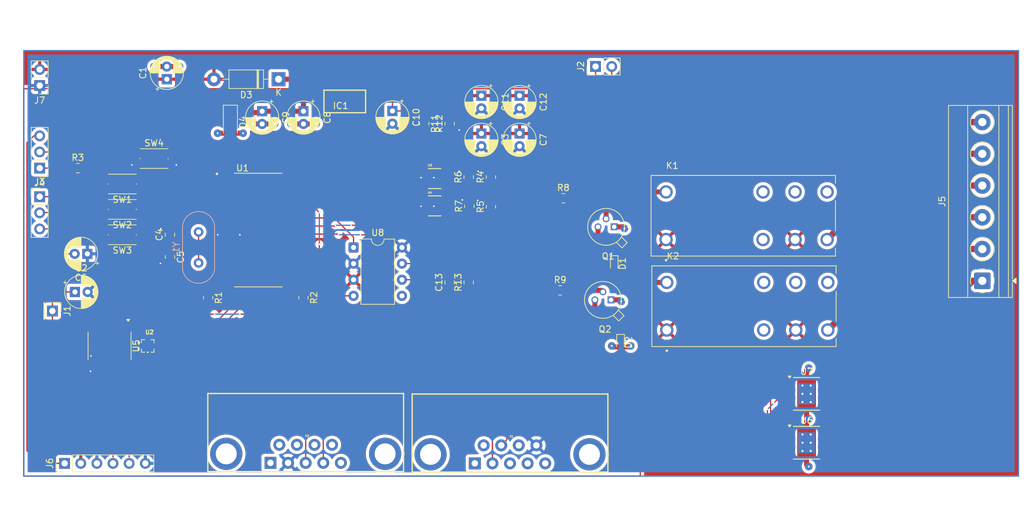
<source format=kicad_pcb>
(kicad_pcb (version 20241229) (generator "pcbnew") (generator_version "9.0")
  (title_block (title "Proyecto_AlexYang_ManuelArgibay") (date "1/4/2025"))
  (layers (0 "F.Cu" signal "TOP") (2 "B.Cu" signal "BOTTOM") (13 "F.Paste" user) (15 "B.Paste" user) (5 "F.SilkS" user "F.Silkscreen") (7 "B.SilkS" user "B.Silkscreen") (1 "F.Mask" user) (3 "B.Mask" user) (25 "Edge.Cuts" user))
  (net 0 "")
  (net 1 "GNDPWR")
  (net 2 "VBat")
  (net 3 "+3.3V")
  (net 4 "GND")
  (net 5 "VCC")
  (net 6 "TX1")
  (net 7 "TX2")
  (net 8 "Net-(D3-K)")
  (net 9 "Net-(C10-Pad1)")
  (net 10 "CANH")
  (net 11 "CANL")
  (net 12 "Net-(D1-K)")
  (net 13 "Net-(D2-K)")
  (net 14 "Net-(J4-Pin_1)")
  (net 15 "VPP")
  (net 16 "MCLR")
  (net 17 "Motor_Izquierdo_1")
  (net 18 "Calefactor")
  (net 19 "Motor_izquierdo_2")
  (net 20 "Motor_derecho_1")
  (net 21 "Bomba")
  (net 22 "Motor_derecho_2")
  (net 23 "PGD")
  (net 24 "PGC")
  (net 27 "Net-(Q1-Pad2)")
  (net 28 "Net-(Q2-Pad2)")
  (net 29 "SCL")
  (net 30 "SDA")
  (net 31 "Net-(U3--IN)")
  (net 32 "Net-(U4--IN)")
  (net 33 "C_R_Bombas_agua")
  (net 34 "C_R_Calefactor")
  (net 35 "Int_limpiaparabrisas")
  (net 36 "Int_Calefactor")
  (net 37 "Int_Bomba_de_Agua")
  (net 39 "RC7")
  (net 41 "RC6")
  (net 43 "F_C_Out1")
  (net 46 "F_C_Out2")
  (net 48 "RX")
  (net 51 "TX")
  (net 52 "Net-(U2-VDD)")
  (net 55 "F_C_In2")
  (net 56 "F_C_In1")
  (net 71 "PH_M_in2")
  (net 73 "PH_M_in1")
  (footprint "Capacitor_THT:CP_Radial_D5.0mm_P2.00mm" (layer "F.Cu") (at 175.5 45.089776 -90)
    (property "Reference" "C12")
    (property "Value" "100nF")
  )
  (footprint "Button_Switch_SMD:SW_Push_1P1T_NO_CK_KMR2" (layer "F.Cu") (at 118 55)
    (property "Reference" "SW4")
    (property "Value" "SW_Push")
  )
  (footprint "Connector_PinHeader_2.54mm:PinHeader_1x03_P2.54mm_Vertical" (layer "F.Cu") (at 100 61)
    (property "Reference" "J3")
    (property "Value" "Con_1x3")
  )
  (footprint "Footprints:2N2222" (layer "F.Cu") (at 188.62 77.25 180)
    (property "Reference" "Q2")
    (property "Value" "2N2222")
  )
  (footprint "Button_Switch_SMD:SW_Push_1P1T_NO_CK_KMR2" (layer "F.Cu") (at 113 59 180)
    (property "Reference" "SW1")
    (property "Value" "SW_Push")
  )
  (footprint "Connector_PinHeader_2.54mm:PinHeader_1x02_P2.54mm_Vertical" (layer "F.Cu") (at 100 43.5 180)
    (property "Reference" "J7")
    (property "Value" "Conn_01x02")
  )
  (footprint "Resistor_SMD:R_0805_2012Metric" (layer "F.Cu") (at 167.5 74.5 90)
    (property "Reference" "R13")
    (property "Value" "60")
  )
  (footprint "MountingHole:MountingHole_3.2mm_M3" (layer "F.Cu") (at 102 110)
    (property "Reference" "Ref" (hide yes))
    (property "Value" "MountingHole_3.2mm_M3" (hide yes))
  )
  (footprint "Resistor_SMD:R_0805_2012Metric" (layer "F.Cu") (at 167.5 57.9125 90)
    (property "Reference" "R6")
    (property "Value" "2k")
  )
  (footprint "Footprints:LT1716" (layer "F.Cu") (at 162.15 62.45)
    (property "Reference" "U4")
    (property "Value" "LT1716IS5TRMPBF")
  )
  (footprint "Diode_THT:D_DO-41_SOD81_P10.16mm_Horizontal" (layer "F.Cu") (at 137.58 42.5 180)
    (property "Reference" "D3")
    (property "Value" "1N4002")
  )
  (footprint "Footprints:2N2222" (layer "F.Cu") (at 189.12 65.75 180)
    (property "Reference" "Q1")
    (property "Value" "2N2222")
  )
  (footprint "Button_Switch_SMD:SW_Push_1P1T_NO_CK_KMR2" (layer "F.Cu") (at 113 67 180)
    (property "Reference" "SW3")
    (property "Value" "SW_Push")
  )
  (footprint "Diode_SMD:D_SOD-523" (layer "F.Cu") (at 190.39 71.55 -90)
    (property "Reference" "D1")
    (property "Value" "1N4148WT")
  )
  (footprint "Footprints:PIC18F258" (layer "F.Cu") (at 134.395 66.255)
    (property "Reference" "U1")
    (property "Value" "PIC18F258-I_SO")
  )
  (footprint "Resistor_SMD:R_0805_2012Metric" (layer "F.Cu") (at 171 57.9125 90)
    (property "Reference" "R4")
    (property "Value" "3k")
  )
  (footprint "Footprints:HDC2010YPAR" (layer "F.Cu") (at 117 84.5)
    (property "Reference" "U2")
    (property "Value" "HDC2010YPAR")
  )
  (footprint "Resistor_SMD:R_0805_2012Metric" (layer "F.Cu") (at 164.5 49.5 90)
    (property "Reference" "R12")
    (property "Value" "1k")
  )
  (footprint "Capacitor_THT:CP_Radial_D5.0mm_P2.00mm" (layer "F.Cu") (at 107.5 70 180)
    (property "Reference" "C6")
    (property "Value" "100nF")
  )
  (footprint "Footprints:LM1117" (layer "F.Cu") (at 148 46 180)
    (property "Reference" "IC1")
    (property "Value" "LM1117")
  )
  (footprint "Resistor_SMD:R_0805_2012Metric" (layer "F.Cu") (at 181.89 75.75)
    (property "Reference" "R9")
    (property "Value" "1k")
  )
  (footprint "Package_SO:Texas_HTSOP-8-1EP_3.9x4.9mm_P1.27mm_EP2.95x4.9mm_Mask2.4x3.1mm_ThermalVias" (layer "F.Cu") (at 220.66 99.75)
    (property "Reference" "U6")
    (property "Value" "DRV8871DDA")
  )
  (footprint "Connector_PinHeader_2.54mm:PinHeader_1x03_P2.54mm_Vertical" (layer "F.Cu") (at 100 56.5 180)
    (property "Reference" "J4")
    (property "Value" "Conn_01x03_Pin")
  )
  (footprint "Resistor_SMD:R_0805_2012Metric" (layer "F.Cu") (at 182.39 61.25)
    (property "Reference" "R8")
    (property "Value" "1k")
  )
  (footprint "Footprints:DB9" (layer "F.Cu") (at 174 101.58)
    (property "Reference" "X1")
    (property "Value" "DB9")
  )
  (footprint "Package_SO:Texas_HTSOP-8-1EP_3.9x4.9mm_P1.27mm_EP2.95x4.9mm_Mask2.4x3.1mm_ThermalVias" (layer "F.Cu") (at 220.66 92.05)
    (property "Reference" "U7")
    (property "Value" "DRV8871DDA")
  )
  (footprint "Capacitor_THT:CP_Radial_D5.0mm_P2.00mm" (layer "F.Cu") (at 169.5 45.089776 -90)
    (property "Reference" "C11")
    (property "Value" "1uF")
  )
  (footprint "Connector_PinHeader_2.54mm:PinHeader_1x06_P2.54mm_Vertical" (layer "F.Cu") (at 103.92 103 90)
    (property "Reference" "J6")
    (property "Value" "Con_ICSP")
  )
  (footprint "Package_DIP:DIP-8_W7.62mm" (layer "F.Cu") (at 149.38 69)
    (property "Reference" "U8")
    (property "Value" "MCP2551-I-P")
  )
  (footprint "Resistor_SMD:R_0805_2012Metric" (layer "F.Cu") (at 167.5875 62.5 90)
    (property "Reference" "R7")
    (property "Value" "2k")
  )
  (footprint "Diode_SMD:D_MiniMELF" (layer "F.Cu") (at 130 49.25 -90)
    (property "Reference" "D4")
    (property "Value" "BZV55C6V2")
  )
  (footprint "Capacitor_SMD:C_0805_2012Metric" (layer "F.Cu") (at 164.5 74.5 90)
    (property "Reference" "C13")
    (property "Value" "100pF")
  )
  (footprint "Button_Switch_SMD:SW_Push_1P1T_NO_CK_KMR2" (layer "F.Cu") (at 113 63 180)
    (property "Reference" "SW2")
    (property "Value" "SW_Push")
  )
  (footprint "Capacitor_THT:CP_Radial_D5.0mm_P2.00mm" (layer "F.Cu") (at 141.5 47.544888 -90)
    (property "Reference" "C8")
    (property "Value" "100nF")
  )
  (footprint "Capacitor_THT:CP_Radial_D5.0mm_P2.00mm" (layer "F.Cu") (at 175.5 51.044888 -90)
    (property "Reference" "C7")
    (property "Value" "100nF")
  )
  (footprint "MountingHole:MountingHole_3.2mm_M3" (layer "F.Cu") (at 249.5 109.5)
    (property "Reference" "REF**" (hide yes))
    (property "Value" "MountingHole_3.2mm_M3" (hide yes))
  )
  (footprint "MountingHole:MountingHole_3.2mm_M3" (layer "F.Cu") (at 102.5 33.5)
    (property "Reference" "REF**" (hide yes))
    (property "Value" "MountingHole_3.2mm_M3" (hide yes))
  )
  (footprint "Footprints:RT314012" (layer "F.Cu") (at 210.7 64)
    (property "Reference" "K1")
    (property "Value" "RT314012")
  )
  (footprint "Capacitor_THT:CP_Radial_D5.0mm_P2.00mm" (layer "F.Cu") (at 135 47.544888 -90)
    (property "Reference" "C9")
    (property "Value" "1uF")
  )
  (footprint "Connector_PinHeader_2.54mm:PinHeader_1x01_P2.54mm_Vertical" (layer "F.Cu") (at 102 79 -90)
    (property "Reference" "J1")
    (property "Value" "Conn_01x01")
  )
  (footprint "Footprints:LT1716" (layer "F.Cu") (at 162.15 58.148)
    (property "Reference" "U3")
    (property "Value" "LT1716IS5TRMPBF")
  )
  (footprint "MountingHole:MountingHole_3.2mm_M3" (layer "F.Cu") (at 250 33.5)
    (property "Reference" "REF**" (hide yes))
    (property "Value" "MountingHole_3.2mm_M3" (hide yes))
  )
  (footprint "Capacitor_THT:CP_Radial_D5.0mm_P2.00mm" (layer "F.Cu") (at 155.5 47.5 -90)
    (property "Reference" "C10")
    (property "Value" "100nF")
  )
  (footprint "Diode_SMD:D_SOD-523" (layer "F.Cu") (at 191.39 83.95 -90)
    (property "Reference" "D2")
    (property "Value" "1N4148WT")
  )
  (footprint "Resistor_SMD:R_0805_2012Metric" (layer "F.Cu") (at 171 62.5875 90)
    (property "Reference" "R5")
    (property "Value" "3k")
  )
  (footprint "Footprints:DB9" (layer "F.Cu") (at 141.85 101.4965)
    (property "Reference" "X2")
    (property "Value" "DB9")
  )
  (footprint "TerminalBlock_Phoenix:TerminalBlock_Phoenix_MKDS-1,5-6_1x06_P5.00mm_Horizontal" (layer "F.Cu") (at 248.31 74.25 90)
    (property "Reference" "J5")
    (property "Value" "Conn_01x06")
  )
  (footprint "Resistor_SMD:R_0805_2012Metric" (layer "F.Cu") (at 126.5 76.9125 -90)
    (property "Reference" "R1")
    (property "Value" "4.7K")
  )
  (footprint "Resistor_SMD:R_0805_2012Metric" (layer "F.Cu") (at 106 56.5)
    (property "Reference" "R3")
    (property "Value" "300")
  )
  (footprint "Capacitor_THT:CP_Radial_D5.0mm_P2.00mm" (layer "F.Cu") (at 169.5 51.044888 -90)
    (property "Reference" "C3")
    (property "Value" "100nF")
  )
  (footprint "Capacitor_THT:CP_Radial_D5.0mm_P2.00mm" (layer "F.Cu") (at 120 42.5 90)
    (property "Reference" "C1")
    (property "Value" "100nF")
  )
  (footprint "Connector_PinHeader_2.54mm:PinHeader_1x02_P2.54mm_Vertical" (layer "F.Cu") (at 187.46 40.5 90)
    (property "Reference" "J2")
    (property "Value" "Con_1x2")
  )
  (footprint "Resistor_SMD:R_0805_2012Metric" (layer "F.Cu") (at 160.5 49.5 -90)
    (property "Reference" "R11")
    (property "Value" "1k")
  )
  (footprint "Capacitor_SMD:C_0805_2012Metric" (layer "F.Cu") (at 120.5 70.5 -90)
    (property "Reference" "C5")
    (property "Value" "40pF")
  )
  (footprint "Footprints:RT314012" (layer "F.Cu") (at 210.81 78.25)
    (property "Reference" "K2")
    (property "Value" "RT314012")
  )
  (footprint "Capacitor_THT:CP_Radial_D5.0mm_P2.00mm" (layer "F.Cu") (at 105.544888 76)
    (property "Reference" "C2")
    (property "Value" "100nF")
  )
  (footprint "Capacitor_SMD:C_0805_2012Metric" (layer "F.Cu") (at 120.5 67 90)
    (property "Reference" "C4")
    (property "Value" "40pF")
  )
  (footprint "Package_SO:TSSOP-20_4.4x6.5mm_P0.65mm" (layer "F.Cu") (at 111 84.5 -90)
    (property "Reference" "U5")
    (property "Value" "TXS0108EPW")
  )
  (footprint "Resistor_SMD:R_0805_2012Metric" (layer "F.Cu") (at 141.5 76.9125 -90)
    (property "Reference" "R2")
    (property "Value" "4.7K")
  )
  (footprint "Crystal:Crystal_HC49-U_Vertical" (layer "B.Cu") (at 125 66.55 -90)
    (property "Reference" "Y1")
    (property "Value" "Crystal")
  )
  (gr_rect (start 97.5 44) (end 194.5 105) (stroke (width 0.2)) (fill no) (layer "F.Cu"))
  (gr_rect (start 97.5 38) (end 254 105) (stroke (width 0.2)) (fill no) (layer "B.Cu"))
  (segment (start 130 51) (end 128 51) (width 0.8) (layer "F.Cu") (net 1))
  (segment (start 220.66 88.34) (end 221 88) (width 0.8) (layer "F.Cu") (net 1))
  (segment (start 189.89 77.25) (end 191.25 77.25) (width 0.8) (layer "F.Cu") (net 1))
  (segment (start 220.66 95.66) (end 221 96) (width 0.8) (layer "F.Cu") (net 1))
  (segment (start 133.5 49.5) (end 133.544888 49.544888) (width 0.8) (layer "F.Cu") (net 1))
  (segment (start 141.5 49.544888) (end 143.455112 49.544888) (width 0.8) (layer "F.Cu") (net 1))
  (segment (start 220.66 103.16) (end 221 103.5) (width 0.8) (layer "F.Cu") (net 1))
  (segment (start 191.39 84.65) (end 192.85 84.65) (width 0.8) (layer "F.Cu") (net 1))
  (segment (start 220.66 92.05) (end 220.66 95.66) (width 0.8) (layer "F.Cu") (net 1))
  (segment (start 190.15 84.65) (end 190 84.5) (width 0.8) (layer "F.Cu") (net 1))
  (segment (start 139.5 49.5) (end 139.544888 49.544888) (width 0.8) (layer "F.Cu") (net 1))
  (segment (start 220.66 92.05) (end 220.66 88.34) (width 0.8) (layer "F.Cu") (net 1))
  (segment (start 220.66 96.34) (end 221 96) (width 0.8) (layer "F.Cu") (net 1))
  (segment (start 141.5 49.544888) (end 139.544888 49.544888) (width 0.8) (layer "F.Cu") (net 1))
  (segment (start 120 40.5) (end 122 40.5) (width 0.8) (layer "F.Cu") (net 1))
  (segment (start 143.455112 49.544888) (end 143.5 49.5) (width 0.8) (layer "F.Cu") (net 1))
  (segment (start 190.39 65.75) (end 191.75 65.75) (width 0.8) (layer "F.Cu") (net 1))
  (segment (start 191.75 65.75) (end 192 66) (width 0.8) (layer "F.Cu") (net 1))
  (segment (start 220.66 99.75) (end 220.66 96.34) (width 0.8) (layer "F.Cu") (net 1))
  (segment (start 135 49.544888) (end 136.955112 49.544888) (width 0.8) (layer "F.Cu") (net 1))
  (segment (start 191.39 84.65) (end 190.15 84.65) (width 0.8) (layer "F.Cu") (net 1))
  (segment (start 191.25 77.25) (end 191.5 77.5) (width 0.8) (layer "F.Cu") (net 1))
  (segment (start 192.85 84.65) (end 193 84.5) (width 0.8) (layer "F.Cu") (net 1))
  (segment (start 120 40.5) (end 118 40.5) (width 0.8) (layer "F.Cu") (net 1))
  (segment (start 220.66 99.75) (end 220.66 103.16) (width 0.8) (layer "F.Cu") (net 1))
  (segment (start 135 49.544888) (end 133.544888 49.544888) (width 0.8) (layer "F.Cu") (net 1))
  (segment (start 137 49.5) (end 136.955112 49.544888) (width 0.8) (layer "F.Cu") (net 1))
  (segment (start 130 51) (end 132 51) (width 0.8) (layer "F.Cu") (net 1))
  (via (at 192 66) (size 1.2) (drill 0.3) (layers "F.Cu" "B.Cu") (net 1))
  (via (at 221 103.5) (size 1.2) (drill 0.3) (layers "F.Cu" "B.Cu") (net 1))
  (via (at 133.544888 49.544888) (size 1.2) (drill 0.3) (layers "F.Cu" "B.Cu") (net 1))
  (via (at 139.544888 49.544888) (size 1.2) (drill 0.3) (layers "F.Cu" "B.Cu") (net 1))
  (via (at 122 40.5) (size 1.2) (drill 0.3) (layers "F.Cu" "B.Cu") (net 1))
  (via (at 221 96) (size 1.2) (drill 0.3) (layers "F.Cu" "B.Cu") (net 1))
  (via (at 136.955112 49.544888) (size 1.2) (drill 0.3) (layers "F.Cu" "B.Cu") (net 1))
  (via (at 128 51) (size 1.2) (drill 0.3) (layers "F.Cu" "B.Cu") (net 1))
  (via (at 143.5 49.5) (size 1.2) (drill 0.3) (layers "F.Cu" "B.Cu") (net 1))
  (via (at 190 84.5) (size 1.2) (drill 0.3) (layers "F.Cu" "B.Cu") (net 1))
  (via (at 132 51) (size 1.2) (drill 0.3) (layers "F.Cu" "B.Cu") (net 1))
  (via (at 221 88) (size 1.2) (drill 0.3) (layers "F.Cu" "B.Cu") (net 1))
  (via (at 193 84.5) (size 1.2) (drill 0.3) (layers "F.Cu" "B.Cu") (net 1))
  (via (at 191.5 77.5) (size 1.2) (drill 0.3) (layers "F.Cu" "B.Cu") (net 1))
  (via (at 118 40.5) (size 1.2) (drill 0.3) (layers "F.Cu" "B.Cu") (net 1))
  (segment (start 108.075 81.6375) (end 108.075 80.425) (width 0.2) (layer "F.Cu") (net 3))
  (segment (start 113.275 80.525) (end 113.275 81.6375) (width 0.2) (layer "F.Cu") (net 3))
  (segment (start 108.075 80.425) (end 109 79.5) (width 0.2) (layer "F.Cu") (net 3))
  (segment (start 102 80.5) (end 103.1375 81.6375) (width 0.2) (layer "F.Cu") (net 3))
  (segment (start 102 79) (end 102 80.5) (width 0.2) (layer "F.Cu") (net 3))
  (segment (start 103.5 76) (end 103.5 71) (width 0.2) (layer "F.Cu") (net 3))
  (segment (start 109 79.5) (end 112.25 79.5) (width 0.2) (layer "F.Cu") (net 3))
  (segment (start 104.5 70) (end 105.5 70) (width 0.2) (layer "F.Cu") (net 3))
  (segment (start 102 77.5) (end 103.5 76) (width 0.2) (layer "F.Cu") (net 3))
  (segment (start 112.25 79.5) (end 113.275 80.525) (width 0.2) (layer "F.Cu") (net 3))
  (segment (start 102 79) (end 102 77.5) (width 0.2) (layer "F.Cu") (net 3))
  (segment (start 103.5 76) (end 105.544888 76) (width 0.2) (layer "F.Cu") (net 3))
  (segment (start 103.5 71) (end 104.5 70) (width 0.2) (layer "F.Cu") (net 3))
  (segment (start 103.1375 81.6375) (end 108.075 81.6375) (width 0.2) (layer "F.Cu") (net 3))
  (segment (start 161 62.45) (end 160.05 62.45) (width 0.2) (layer "F.Cu") (net 4))
  (segment (start 167.5 57) (end 166 57) (width 0.2) (layer "F.Cu") (net 4))
  (segment (start 161.852 58.148) (end 162 58) (width 0.2) (layer "F.Cu") (net 4))
  (segment (start 120.5 66.05) (end 119.05 66.05) (width 0.2) (layer "F.Cu") (net 4))
  (segment (start 115.95 55.8) (end 114.7 55.8) (width 0.2) (layer "F.Cu") (net 4))
  (segment (start 161 58.148) (end 160.148 58.148) (width 0.2) (layer "F.Cu") (net 4))
  (segment (start 167.5875 61.5875) (end 168.9125 61.5875) (width 0.2) (layer "F.Cu") (net 4))
  (segment (start 163.0875 50.4125) (end 163 50.5) (width 0.2) (layer "F.Cu") (net 4))
  (segment (start 116.5 85) (end 115.5 85) (width 0.2) (layer "F.Cu") (net 4))
  (segment (start 164.5 50.4125) (end 163.0875 50.4125) (width 0.2) (layer "F.Cu") (net 4))
  (segment (start 160.148 58.148) (end 160 58) (width 0.2) (layer "F.Cu") (net 4))
  (segment (start 120.05 55.8) (end 121.3 55.8) (width 0.2) (layer "F.Cu") (net 4))
  (segment (start 108.075 87.3625) (end 108.075 88.425) (width 0.2) (layer "F.Cu") (net 4))
  (segment (start 165.9125 50.4125) (end 166 50.5) (width 0.2) (layer "F.Cu") (net 4))
  (segment (start 164.5 50.4125) (end 165.9125 50.4125) (width 0.2) (layer "F.Cu") (net 4))
  (segment (start 129.79 66.89) (end 128.11 66.89) (width 0.2) (layer "F.Cu") (net 4))
  (segment (start 128.11 66.89) (end 128 67) (width 0.2) (layer "F.Cu") (net 4))
  (segment (start 119.05 71.45) (end 119 71.5) (width 0.2) (layer "F.Cu") (net 4))
  (segment (start 131.39 66.89) (end 131.5 67) (width 0.2) (layer "F.Cu") (net 4))
  (segment (start 161 58.148) (end 161.852 58.148) (width 0.2) (layer "F.Cu") (net 4))
  (segment (start 167.5875 61.5875) (end 166.5875 61.5875) (width 0.2) (layer "F.Cu") (net 4))
  (segment (start 121.3 55.8) (end 121.5 56) (width 0.2) (layer "F.Cu") (net 4))
  (segment (start 116.5 85) (end 117 85.5) (width 0.2) (layer "F.Cu") (net 4))
  (segment (start 166.5875 61.5875) (end 166.5 61.5) (width 0.2) (layer "F.Cu") (net 4))
  (segment (start 119 66) (end 119.05 66.05) (width 0.2) (layer "F.Cu") (net 4))
  (segment (start 108.075 87.3625) (end 108.075 86.075) (width 0.2) (layer "F.Cu") (net 4))
  (segment (start 120.5 71.45) (end 119.05 71.45) (width 0.2) (layer "F.Cu") (net 4))
  (segment (start 114.7 55.8) (end 114.5 56) (width 0.2) (layer "F.Cu") (net 4))
  (segment (start 161 62.45) (end 161.95 62.45) (width 0.2) (layer "F.Cu") (net 4))
  (segment (start 169 61.5) (end 168.9125 61.5875) (width 0.2) (layer "F.Cu") (net 4))
  (segment (start 160.05 62.45) (end 160 62.5) (width 0.2) (layer "F.Cu") (net 4))
  (segment (start 108.075 88.425) (end 108 88.5) (width 0.2) (layer "F.Cu") (net 4))
  (segment (start 120.05 55.8) (end 115.95 55.8) (width 0.2) (layer "F.Cu") (net 4))
  (segment (start 129.79 66.89) (end 131.39 66.89) (width 0.2) (layer "F.Cu") (net 4))
  (segment (start 108 86) (end 108.075 86.075) (width 0.2) (layer "F.Cu") (net 4))
  (segment (start 167.5 57) (end 169 57) (width 0.2) (layer "F.Cu") (net 4))
  (segment (start 161.95 62.45) (end 162 62.5) (width 0.2) (layer "F.Cu") (net 4))
  (via (at 166.5 61.5) (size 0.25) (drill 0.3) (layers "F.Cu" "B.Cu") (net 4))
  (via (at 168.9125 61.5875) (size 0.25) (drill 0.3) (layers "F.Cu" "B.Cu") (net 4))
  (via (at 166 57) (size 0.25) (drill 0.3) (layers "F.Cu" "B.Cu") (net 4))
  (via (at 166 50.5) (size 0.25) (drill 0.3) (layers "F.Cu" "B.Cu") (net 4))
  (via (at 163 50.5) (size 0.25) (drill 0.3) (layers "F.Cu" "B.Cu") (net 4))
  (via (at 115.5 85) (size 0.25) (drill 0.3) (layers "F.Cu" "B.Cu") (net 4))
  (via (at 121.5 56) (size 0.25) (drill 0.3) (layers "F.Cu" "B.Cu") (net 4))
  (via (at 119.05 66.05) (size 0.25) (drill 0.3) (layers "F.Cu" "B.Cu") (net 4))
  (via (at 160 58) (size 0.25) (drill 0.3) (layers "F.Cu" "B.Cu") (net 4))
  (via (at 162 62.5) (size 0.25) (drill 0.3) (layers "F.Cu" "B.Cu") (net 4))
  (via (at 108.075 86.075) (size 0.25) (drill 0.3) (layers "F.Cu" "B.Cu") (net 4))
  (via (at 119 71.5) (size 0.25) (drill 0.3) (layers "F.Cu" "B.Cu") (net 4))
  (via (at 131.5 67) (size 0.25) (drill 0.3) (layers "F.Cu" "B.Cu") (net 4))
  (via (at 108 88.5) (size 0.25) (drill 0.3) (layers "F.Cu" "B.Cu") (net 4))
  (via (at 117 85.5) (size 0.25) (drill 0.3) (layers "F.Cu" "B.Cu") (net 4))
  (via (at 160 62.5) (size 0.25) (drill 0.3) (layers "F.Cu" "B.Cu") (net 4))
  (via (at 169 57) (size 0.25) (drill 0.3) (layers "F.Cu" "B.Cu") (net 4))
  (via (at 128 67) (size 0.25) (drill 0.3) (layers "F.Cu" "B.Cu") (net 4))
  (via (at 114.5 56) (size 0.25) (drill 0.3) (layers "F.Cu" "B.Cu") (net 4))
  (via (at 162 58) (size 0.25) (drill 0.3) (layers "F.Cu" "B.Cu") (net 4))
  (segment (start 113.275 87.3625) (end 113.925 87.3625) (width 0.2) (layer "F.Cu") (net 5))
  (segment (start 125 66.55) (end 125 67.95) (width 0.2) (layer "F.Cu") (net 6))
  (segment (start 129.58 67.95) (end 129.79 68.16) (width 0.2) (layer "F.Cu") (net 6))
  (segment (start 125 67.95) (end 129.58 67.95) (width 0.2) (layer "F.Cu") (net 6))
  (segment (start 120.5 67.95) (end 125 67.95) (width 0.2) (layer "F.Cu") (net 6))
  (segment (start 120.5 69.55) (end 125 69.55) (width 0.2) (layer "F.Cu") (net 7))
  (segment (start 129.67 69.55) (end 129.79 69.43) (width 0.2) (layer "F.Cu") (net 7))
  (segment (start 125 69.55) (end 129.67 69.55) (width 0.2) (layer "F.Cu") (net 7))
  (segment (start 125 71.43) (end 125 69.55) (width 0.2) (layer "F.Cu") (net 7))
  (segment (start 141.5 47.544888) (end 141.5 42.5) (width 0.8) (layer "F.Cu") (net 8))
  (segment (start 130 47.75) (end 134.794888 47.75) (width 0.8) (layer "F.Cu") (net 8))
  (segment (start 145.35 42.5) (end 145.7 42.85) (width 0.8) (layer "F.Cu") (net 8))
  (segment (start 137.58 42.5) (end 141.5 42.5) (width 0.8) (layer "F.Cu") (net 8))
  (segment (start 135 47.544888) (end 141.5 47.544888) (width 0.8) (layer "F.Cu") (net 8))
  (segment (start 134.794888 47.75) (end 135 47.544888) (width 0.8) (layer "F.Cu") (net 8))
  (segment (start 141.5 42.5) (end 145.35 42.5) (width 0.8) (layer "F.Cu") (net 8))
  (segment (start 137.5 42.58) (end 137.58 42.5) (width 0.8) (layer "F.Cu") (net 8))
  (segment (start 150.3 42.85) (end 153.85 42.85) (width 0.2) (layer "F.Cu") (net 9))
  (segment (start 155.5 47.5) (end 160 47.5) (width 0.2) (layer "F.Cu") (net 9))
  (segment (start 160 47.5) (end 160.5 48) (width 0.2) (layer "F.Cu") (net 9))
  (segment (start 164.5 48.5875) (end 160.5 48.5875) (width 0.2) (layer "F.Cu") (net 9))
  (segment (start 160.5 48) (end 160.5 48.5875) (width 0.2) (layer "F.Cu") (net 9))
  (segment (start 153.85 42.85) (end 155.5 44.5) (width 0.2) (layer "F.Cu") (net 9))
  (segment (start 155.5 44.5) (end 155.5 47.5) (width 0.2) (layer "F.Cu") (net 9))
  (segment (start 172.62 100.16) (end 173.5 99.28) (width 0.2) (layer "F.Cu") (net 10))
  (segment (start 167.5 73.5875) (end 167.5 71.54) (width 0.2) (layer "F.Cu") (net 10))
  (segment (start 164.5 71.54) (end 157 71.54) (width 0.2) (layer "F.Cu") (net 10))
  (segment (start 173.5 73.5) (end 171.54 71.54) (width 0.2) (layer "F.Cu") (net 10))
  (segment (start 171.54 71.54) (end 167.5 71.54) (width 0.2) (layer "F.Cu") (net 10))
  (segment (start 173.5 99.28) (end 173.5 73.5) (width 0.2) (layer "F.Cu") (net 10))
  (segment (start 164.5 73.55) (end 164.5 71.54) (width 0.2) (layer "F.Cu") (net 10))
  (segment (start 167.5 71.54) (end 164.5 71.54) (width 0.2) (layer "F.Cu") (net 10))
  (segment (start 171.23 79.23) (end 171.23 103) (width 0.2) (layer "F.Cu") (net 11))
  (segment (start 164.5 78) (end 167.5 78) (width 0.2) (layer "F.Cu") (net 11))
  (segment (start 167.5 78) (end 170 78) (width 0.2) (layer "F.Cu") (net 11))
  (segment (start 170 78) (end 171.23 79.23) (width 0.2) (layer "F.Cu") (net 11))
  (segment (start 162.5 78) (end 164.5 78) (width 0.2) (layer "F.Cu") (net 11))
  (segment (start 167.5 75.4125) (end 167.5 78) (width 0.2) (layer "F.Cu") (net 11))
  (segment (start 158.58 74.08) (end 162.5 78) (width 0.2) (layer "F.Cu") (net 11))
  (segment (start 157 74.08) (end 158.58 74.08) (width 0.2) (layer "F.Cu") (net 11))
  (segment (start 164.5 75.45) (end 164.5 78) (width 0.2) (layer "F.Cu") (net 11))
  (segment (start 193.89 60.93) (end 194.57 60.25) (width 0.8) (layer "F.Cu") (net 12))
  (segment (start 193.89 66.25) (end 193.89 60.93) (width 0.8) (layer "F.Cu") (net 12))
  (segment (start 189.89 67.75) (end 190.39 67.75) (width 0.8) (layer "F.Cu") (net 12))
  (segment (start 194.57 60.25) (end 198.55 60.25) (width 0.8) (layer "F.Cu") (net 12))
  (segment (start 192.39 67.75) (end 193.89 66.25) (width 0.8) (layer "F.Cu") (net 12))
  (segment (start 187.85 67.21) (end 188.39 67.75) (width 0.8) (layer "F.Cu") (net 12))
  (segment (start 188.39 67.75) (end 189.89 67.75) (width 0.8) (layer "F.Cu") (net 12))
  (segment (start 190.39 67.75) (end 192.39 67.75) (width 0.8) (layer "F.Cu") (net 12))
  (segment (start 187.85 65.75) (end 187.85 67.21) (width 0.8) (layer "F.Cu") (net 12))
  (segment (start 190.39 70.85) (end 190.39 67.75) (width 0.8) (layer "F.Cu") (net 12))
  (segment (start 187.35 78.71) (end 188.89 80.25) (width 0.8) (layer "F.Cu") (net 13))
  (segment (start 193.89 79.25) (end 193.89 75) (width 0.8) (layer "F.Cu") (net 13))
  (segment (start 193.89 75) (end 194.39 74.5) (width 0.8) (layer "F.Cu") (net 13))
  (segment (start 194.39 74.5) (end 198.66 74.5) (width 0.8) (layer "F.Cu") (net 13))
  (segment (start 192.89 80.25) (end 193.89 79.25) (width 0.8) (layer "F.Cu") (net 13))
  (segment (start 187.35 77.25) (end 187.35 78.71) (width 0.8) (layer "F.Cu") (net 13))
  (segment (start 191.39 83.25) (end 191.39 80.25) (width 0.8) (layer "F.Cu") (net 13))
  (segment (start 191.39 80.25) (end 192.89 80.25) (width 0.8) (layer "F.Cu") (net 13))
  (segment (start 188.89 80.25) (end 191.39 80.25) (width 0.8) (layer "F.Cu") (net 13))
  (segment (start 106.2 54.2) (end 115.95 54.2) (width 0.2) (layer "F.Cu") (net 14))
  (segment (start 105.0875 56.5) (end 100 56.5) (width 0.2) (layer "F.Cu") (net 14))
  (segment (start 105.0875 55.3125) (end 105.0875 56.5) (width 0.2) (layer "F.Cu") (net 14))
  (segment (start 106.2 54.2) (end 105.0875 55.3125) (width 0.2) (layer "F.Cu") (net 14))
  (segment (start 115.95 54.2) (end 120.05 54.2) (width 0.2) (layer "F.Cu") (net 14))
  (segment (start 98 101) (end 98 52.5) (width 0.2) (layer "F.Cu") (net 15))
  (segment (start 100 103) (end 98 101) (width 0.2) (layer "F.Cu") (net 15))
  (segment (start 99.08 51.42) (end 100 51.42) (width 0.2) (layer "F.Cu") (net 15))
  (segment (start 98 52.5) (end 99.08 51.42) (width 0.2) (layer "F.Cu") (net 15))
  (segment (start 103.92 103) (end 100 103) (width 0.2) (layer "F.Cu") (net 15))
  (segment (start 129.79 56.29) (end 129.79 58) (width 0.2) (layer "F.Cu") (net 16))
  (segment (start 105 52.5) (end 126 52.5) (width 0.2) (layer "F.Cu") (net 16))
  (segment (start 126 52.5) (end 129.79 56.29) (width 0.2) (layer "F.Cu") (net 16))
  (segment (start 100 53.96) (end 103.54 53.96) (width 0.2) (layer "F.Cu") (net 16))
  (segment (start 103.54 53.96) (end 105 52.5) (width 0.2) (layer "F.Cu") (net 16))
  (segment (start 242.81 71.25) (end 242.81 83.25) (width 1) (layer "F.Cu") (net 17))
  (segment (start 228.215 97.845) (end 223.535 97.845) (width 1) (layer "F.Cu") (net 17))
  (segment (start 244.81 69.25) (end 242.81 71.25) (width 1) (layer "F.Cu") (net 17))
  (segment (start 242.81 83.25) (end 228.215 97.845) (width 1) (layer "F.Cu") (net 17))
  (segment (start 248.31 69.25) (end 244.81 69.25) (width 1) (layer "F.Cu") (net 17))
  (segment (start 233.81 58.75) (end 233.81 72.19) (width 1) (layer "F.Cu") (net 18))
  (segment (start 238.31 54.25) (end 233.81 58.75) (width 1) (layer "F.Cu") (net 18))
  (segment (start 248.31 54.25) (end 238.31 54.25) (width 1) (layer "F.Cu") (net 18))
  (segment (start 233.81 72.19) (end 224 82) (width 1) (layer "F.Cu") (net 18))
  (segment (start 245.31 75.75) (end 245.31 84.353619) (width 1) (layer "F.Cu") (net 19))
  (segment (start 245.31 84.353619) (end 229.278619 100.385) (width 1) (layer "F.Cu") (net 19))
  (segment (start 246.81 74.25) (end 245.31 75.75) (width 1) (layer "F.Cu") (net 19))
  (segment (start 248.31 74.25) (end 246.81 74.25) (width 1) (layer "F.Cu") (net 19))
  (segment (start 229.278619 100.385) (end 223.535 100.385) (width 1) (layer "F.Cu") (net 19))
  (segment (start 248.31 59.25) (end 240.81 59.25) (width 1) (layer "F.Cu") (net 20))
  (segment (start 236.81 80.75) (end 227.415 90.145) (width 1) (layer "F.Cu") (net 20))
  (segment (start 240.81 59.25) (end 236.81 63.25) (width 1) (layer "F.Cu") (net 20))
  (segment (start 236.81 63.25) (end 236.81 80.75) (width 1) (layer "F.Cu") (net 20))
  (segment (start 227.415 90.145) (end 223.535 90.145) (width 1) (layer "F.Cu") (net 20))
  (segment (start 248.31 49.25) (end 236.81 49.25) (width 1) (layer "F.Cu") (net 21))
  (segment (start 230.31 55.75) (end 230.31 61.33) (width 1) (layer "F.Cu") (net 21))
  (segment (start 230.31 61.33) (end 223.89 67.75) (width 1) (layer "F.Cu") (net 21))
  (segment (start 236.81 49.25) (end 230.31 55.75) (width 1) (layer "F.Cu") (net 21))
  (segment (start 228.875 92.685) (end 223.535 92.685) (width 1) (layer "F.Cu") (net 22))
  (segment (start 240.31 66.25) (end 240.31 81.25) (width 1) (layer "F.Cu") (net 22))
  (segment (start 248.31 64.25) (end 242.31 64.25) (width 1) (layer "F.Cu") (net 22))
  (segment (start 242.31 64.25) (end 240.31 66.25) (width 1) (layer "F.Cu") (net 22))
  (segment (start 240.31 81.25) (end 228.875 92.685) (width 1) (layer "F.Cu") (net 22))
  (segment (start 111.54 96.96) (end 111.54 102) (width 0.2) (layer "F.Cu") (net 23))
  (segment (start 134 60) (end 134 74.5) (width 0.2) (layer "F.Cu") (net 23))
  (segment (start 134 74.5) (end 111.54 96.96) (width 0.2) (layer "F.Cu") (net 23))
  (segment (start 136 58) (end 134 60) (width 0.2) (layer "F.Cu") (net 23))
  (segment (start 139 58) (end 136 58) (width 0.2) (layer "F.Cu") (net 23))
  (segment (start 135.5 74.5) (end 114.08 95.92) (width 0.2) (layer "F.Cu") (net 24))
  (segment (start 114.08 95.92) (end 114.08 102) (width 0.2) (layer "F.Cu") (net 24))
  (segment (start 139 59.27) (end 136.73 59.27) (width 0.2) (layer "F.Cu") (net 24))
  (segment (start 135.5 60.5) (end 135.5 74.5) (width 0.2) (layer "F.Cu") (net 24))
  (segment (start 136.73 59.27) (end 135.5 60.5) (width 0.2) (layer "F.Cu") (net 24))
  (segment (start 187.89 61.25) (end 183.3025 61.25) (width 0.8) (layer "F.Cu") (net 27))
  (segment (start 189.12 62.48) (end 187.89 61.25) (width 0.8) (layer "F.Cu") (net 27))
  (segment (start 189.12 64.48) (end 189.12 62.48) (width 0.8) (layer "F.Cu") (net 27))
  (segment (start 182.8025 75.75) (end 188.39 75.75) (width 0.8) (layer "F.Cu") (net 28))
  (segment (start 188.39 75.75) (end 188.62 75.98) (width 0.8) (layer "F.Cu") (net 28))
  (segment (start 117.5 84.5) (end 117.316153 84.5) (width 0.2) (layer "F.Cu") (net 29))
  (segment (start 124.5 76) (end 126.5 76) (width 0.2) (layer "F.Cu") (net 29))
  (segment (start 117 84.183847) (end 117 83.5) (width 0.2) (layer "F.Cu") (net 29))
  (segment (start 129.79 75.21) (end 129 76) (width 0.2) (layer "F.Cu") (net 29))
  (segment (start 128 76) (end 126.5 76) (width 0.2) (layer "F.Cu") (net 29))
  (segment (start 117 83.5) (end 124.5 76) (width 0.2) (layer "F.Cu") (net 29))
  (segment (start 117.316153 84.5) (end 117 84.183847) (width 0.2) (layer "F.Cu") (net 29))
  (segment (start 129 76) (end 128 76) (width 0.2) (layer "F.Cu") (net 29))
  (segment (start 129.79 74.51) (end 129.79 75.21) (width 0.2) (layer "F.Cu") (net 29))
  (segment (start 139 76) (end 139 74.51) (width 0.2) (layer "F.Cu") (net 30))
  (segment (start 117.5 84) (end 122 84) (width 0.2) (layer "F.Cu") (net 30))
  (segment (start 122 84) (end 126.5 79.5) (width 0.2) (layer "F.Cu") (net 30))
  (segment (start 131.5 79.5) (end 136 79.5) (width 0.2) (layer "F.Cu") (net 30))
  (segment (start 139 76.5) (end 139 76) (width 0.2) (layer "F.Cu") (net 30))
  (segment (start 141.55 76.05) (end 141.5 76) (width 0.2) (layer "F.Cu") (net 30))
  (segment (start 136 79.5) (end 139 76.5) (width 0.2) (layer "F.Cu") (net 30))
  (segment (start 139 76) (end 141.5 76) (width 0.2) (layer "F.Cu") (net 30))
  (segment (start 126.5 79.5) (end 127.5 79.5) (width 0.2) (layer "F.Cu") (net 30))
  (via (at 131.5 79.5) (size 0.25) (drill 0.3) (layers "F.Cu" "B.Cu") (net 30))
  (via (at 127.5 79.5) (size 0.25) (drill 0.3) (layers "F.Cu" "B.Cu") (net 30))
  (segment (start 127.5 79.5) (end 131.5 79.5) (width 0.2) (layer "B.Cu") (net 30))
  (segment (start 167.5 58.825) (end 171 58.825) (width 0.2) (layer "F.Cu") (net 31))
  (segment (start 163.398 59) (end 163.3 59.098) (width 0.2) (layer "F.Cu") (net 31))
  (segment (start 167.5 59) (end 163.398 59) (width 0.2) (layer "F.Cu") (net 31))
  (segment (start 167.5875 63.4125) (end 163.3125 63.4125) (width 0.2) (layer "F.Cu") (net 32))
  (segment (start 163.3125 63.4125) (end 163.3 63.4) (width 0.2) (layer "F.Cu") (net 32))
  (segment (start 170.9125 63.4125) (end 171 63.5) (width 0.2) (layer "F.Cu") (net 32))
  (segment (start 167.5875 63.4125) (end 170.9125 63.4125) (width 0.2) (layer "F.Cu") (net 32))
  (segment (start 149 65.5) (end 175.5 65.5) (width 0.2) (layer "F.Cu") (net 33))
  (segment (start 139 65.62) (end 146.38 65.62) (width 0.2) (layer "F.Cu") (net 33))
  (segment (start 176 65.5) (end 175.5 65.5) (width 0.2) (layer "F.Cu") (net 33))
  (segment (start 146.38 65.62) (end 146.5 65.5) (width 0.2) (layer "F.Cu") (net 33))
  (segment (start 181.4775 61.25) (end 180.25 61.25) (width 0.2) (layer "F.Cu") (net 33))
  (segment (start 180.25 61.25) (end 176 65.5) (width 0.2) (layer "F.Cu") (net 33))
  (via (at 146.5 65.5) (size 0.25) (drill 0.3) (layers "F.Cu" "B.Cu") (net 33))
  (via (at 149 65.5) (size 0.25) (drill 0.3) (layers "F.Cu" "B.Cu") (net 33))
  (segment (start 146.5 65.5) (end 149 65.5) (width 0.2) (layer "B.Cu") (net 33))
  (segment (start 139 66.89) (end 146.89 66.89) (width 0.2) (layer "F.Cu") (net 34))
  (segment (start 150.5 67) (end 170 67) (width 0.2) (layer "F.Cu") (net 34))
  (segment (start 146.89 66.89) (end 147 67) (width 0.2) (layer "F.Cu") (net 34))
  (segment (start 170 67) (end 178.75 75.75) (width 0.2) (layer "F.Cu") (net 34))
  (segment (start 178.75 75.75) (end 180.9775 75.75) (width 0.2) (layer "F.Cu") (net 34))
  (via (at 147 67) (size 0.25) (drill 0.3) (layers "F.Cu" "B.Cu") (net 34))
  (via (at 150.5 67) (size 0.25) (drill 0.3) (layers "F.Cu" "B.Cu") (net 34))
  (segment (start 150.5 67) (end 147 67) (width 0.2) (layer "B.Cu") (net 34))
  (segment (start 119.43 58.2) (end 120.5 59.27) (width 0.2) (layer "F.Cu") (net 35))
  (segment (start 107 61) (end 109.8 58.2) (width 0.2) (layer "F.Cu") (net 35))
  (segment (start 109.8 58.2) (end 110.95 58.2) (width 0.2) (layer "F.Cu") (net 35))
  (segment (start 115.05 58.2) (end 119.43 58.2) (width 0.2) (layer "F.Cu") (net 35))
  (segment (start 120.5 59.27) (end 129.79 59.27) (width 0.2) (layer "F.Cu") (net 35))
  (segment (start 107 61) (end 100 61) (width 0.2) (layer "F.Cu") (net 35))
  (segment (start 110.95 58.2) (end 115.05 58.2) (width 0.2) (layer "F.Cu") (net 35))
  (segment (start 115.05 62.2) (end 118.8 62.2) (width 0.2) (layer "F.Cu") (net 36))
  (segment (start 108 63.5) (end 109.3 62.2) (width 0.2) (layer "F.Cu") (net 36))
  (segment (start 100 63.54) (end 100.04 63.5) (width 0.2) (layer "F.Cu") (net 36))
  (segment (start 120.46 60.54) (end 129.79 60.54) (width 0.2) (layer "F.Cu") (net 36))
  (segment (start 118.8 62.2) (end 120.46 60.54) (width 0.2) (layer "F.Cu") (net 36))
  (segment (start 109.3 62.2) (end 110.95 62.2) (width 0.2) (layer "F.Cu") (net 36))
  (segment (start 100.04 63.5) (end 108 63.5) (width 0.2) (layer "F.Cu") (net 36))
  (segment (start 110.95 62.2) (end 115.05 62.2) (width 0.2) (layer "F.Cu") (net 36))
  (segment (start 115.05 66.2) (end 116.3 66.2) (width 0.2) (layer "F.Cu") (net 37))
  (segment (start 120.69 61.81) (end 129.79 61.81) (width 0.2) (layer "F.Cu") (net 37))
  (segment (start 100 66.08) (end 110.83 66.08) (width 0.2) (layer "F.Cu") (net 37))
  (segment (start 116.3 66.2) (end 120.69 61.81) (width 0.2) (layer "F.Cu") (net 37))
  (segment (start 110.83 66.08) (end 110.95 66.2) (width 0.2) (layer "F.Cu") (net 37))
  (segment (start 110.95 66.2) (end 115.05 66.2) (width 0.2) (layer "F.Cu") (net 37))
  (segment (start 139 70.7) (end 141.2 70.7) (width 0.2) (layer "F.Cu") (net 39))
  (segment (start 144.62 74.12) (end 144.62 102.9165) (width 0.2) (layer "F.Cu") (net 39))
  (segment (start 141.2 70.7) (end 144.62 74.12) (width 0.2) (layer "F.Cu") (net 39))
  (segment (start 141.85 92.23) (end 143.5 90.58) (width 0.2) (layer "F.Cu") (net 41))
  (segment (start 143.5 74.5) (end 140.97 71.97) (width 0.2) (layer "F.Cu") (net 41))
  (segment (start 140.97 71.97) (end 139 71.97) (width 0.2) (layer "F.Cu") (net 41))
  (segment (start 141.85 102.9165) (end 141.85 92.23) (width 0.2) (layer "F.Cu") (net 41))
  (segment (start 143.5 90.58) (end 143.5 74.5) (width 0.2) (layer "F.Cu") (net 41))
  (segment (start 139.31 61.5) (end 139 61.81) (width 0.2) (layer "F.Cu") (net 43))
  (segment (start 161 61.5) (end 139.31 61.5) (width 0.2) (layer "F.Cu") (net 43))
  (segment (start 139 60.54) (end 148.96 60.54) (width 0.2) (layer "F.Cu") (net 46))
  (segment (start 152.302 57.198) (end 161 57.198) (width 0.2) (layer "F.Cu") (net 46))
  (segment (start 148.96 60.54) (end 152.302 57.198) (width 0.2) (layer "F.Cu") (net 46))
  (segment (start 148.12 76.62) (end 149.38 76.62) (width 0.2) (layer "F.Cu") (net 48))
  (segment (start 144 68.5) (end 144 72.5) (width 0.2) (layer "F.Cu") (net 48))
  (segment (start 143.58 63.08) (end 144 63.5) (width 0.2) (layer "F.Cu") (net 48))
  (segment (start 139 63.08) (end 143.58 63.08) (width 0.2) (layer "F.Cu") (net 48))
  (segment (start 144 72.5) (end 148.12 76.62) (width 0.2) (layer "F.Cu") (net 48))
  (via (at 144 63.5) (size 0.25) (drill 0.3) (layers "F.Cu" "B.Cu") (net 48))
  (via (at 144 68.5) (size 0.25) (drill 0.3) (layers "F.Cu" "B.Cu") (net 48))
  (segment (start 144 63.5) (end 144 68.5) (width 0.2) (layer "B.Cu") (net 48))
  (segment (start 149.38 67.38) (end 146.35 64.35) (width 0.2) (layer "F.Cu") (net 51))
  (segment (start 149.38 69) (end 149.38 67.38) (width 0.2) (layer "F.Cu") (net 51))
  (segment (start 146.35 64.35) (end 139 64.35) (width 0.2) (layer "F.Cu") (net 51))
  (segment (start 115.5 84) (end 116.5 84) (width 0.2) (layer "F.Cu") (net 52))
  (segment (start 114.6375 81.6375) (end 115 82) (width 0.2) (layer "F.Cu") (net 52))
  (segment (start 113.925 81.6375) (end 114.6375 81.6375) (width 0.2) (layer "F.Cu") (net 52))
  (segment (start 115 82) (end 115 83.5) (width 0.2) (layer "F.Cu") (net 52))
  (segment (start 115 83.5) (end 115.5 84) (width 0.2) (layer "F.Cu") (net 52))
  (segment (start 176.5 60.42) (end 187.46 49.46) (width 0.2) (layer "F.Cu") (net 55))
  (segment (start 176.5 60.42) (end 161.58 60.42) (width 0.2) (layer "F.Cu") (net 55))
  (segment (start 187.46 40.5) (end 187.46 49.46) (width 0.2) (layer "F.Cu") (net 55))
  (segment (start 161.58 60.42) (end 161 59.84) (width 0.2) (layer "F.Cu") (net 55))
  (segment (start 161 59.84) (end 161 59.098) (width 0.2) (layer "F.Cu") (net 55))
  (segment (start 161 63.4) (end 161 64) (width 0.2) (layer "F.Cu") (net 56))
  (segment (start 190 49.5) (end 190 40.5) (width 0.2) (layer "F.Cu") (net 56))
  (segment (start 161.5 64.5) (end 175 64.5) (width 0.2) (layer "F.Cu") (net 56))
  (segment (start 161 64) (end 161.5 64.5) (width 0.2) (layer "F.Cu") (net 56))
  (segment (start 175 64.5) (end 190 49.5) (width 0.2) (layer "F.Cu") (net 56))
  (segment (start 216.115 99.115) (end 217.785 99.115) (width 0.2) (layer "F.Cu") (net 71))
  (segment (start 217.785 91.415) (end 216.085 91.415) (width 0.2) (layer "F.Cu") (net 71))
  (segment (start 215 98) (end 216.115 99.115) (width 0.2) (layer "F.Cu") (net 71))
  (segment (start 215 92.5) (end 215 98) (width 0.2) (layer "F.Cu") (net 71))
  (segment (start 216.085 91.415) (end 215 92.5) (width 0.2) (layer "F.Cu") (net 71))
  (segment (start 217.785 92.685) (end 217.65 92.55) (width 0.2) (layer "F.Cu") (net 73))
  (segment (start 217.785 92.685) (end 216.315 92.685) (width 0.2) (layer "F.Cu") (net 73))
  (segment (start 214.5 99) (end 215.885 100.385) (width 0.2) (layer "F.Cu") (net 73))
  (segment (start 215.885 100.385) (end 217.785 100.385) (width 0.2) (layer "F.Cu") (net 73))
  (segment (start 216.315 92.685) (end 215.5 93.5) (width 0.2) (layer "F.Cu") (net 73))
  (segment (start 214.5 94.5) (end 214.5 99) (width 0.2) (layer "F.Cu") (net 73))
  (via (at 214.5 94.5) (size 0.25) (drill 0.3) (layers "F.Cu" "B.Cu") (net 73))
  (via (at 215.5 93.5) (size 0.25) (drill 0.3) (layers "F.Cu" "B.Cu") (net 73))
  (segment (start 215.5 93.5) (end 214.5 94.5) (width 0.2) (layer "B.Cu") (net 73))
  (zone (net 5) (net_name "VCC") (layer "F.Cu") (priority 1) (connect_pads (clearance 0.5)) (min_thickness 0.25) (fill yes (thermal_gap 0.5) (thermal_bridge_width 0.5))
    (polygon (pts (xy 194.5 44) (xy 97.5 44) (xy 97.5 105) (xy 194.5 105)))
  )
  (zone (net 2) (net_name "VBat") (layer "F.Cu") (connect_pads (clearance 0.5)) (min_thickness 0.25) (fill yes (thermal_gap 0.5) (thermal_bridge_width 0.5))
    (polygon (pts (xy 97.5 38) (xy 254 38) (xy 254 105) (xy 194.5 105) (xy 194.5 44) (xy 97.5 44)))
  )
  (zone (net 4) (net_name "GND") (layer "B.Cu") (priority 2) (connect_pads (clearance 0.5)) (min_thickness 0.25) (fill yes (thermal_gap 0.5) (thermal_bridge_width 0.5))
    (polygon (pts (xy 97.5 38) (xy 254 38) (xy 254 105) (xy 97.5 105)))
  )
)
</source>
